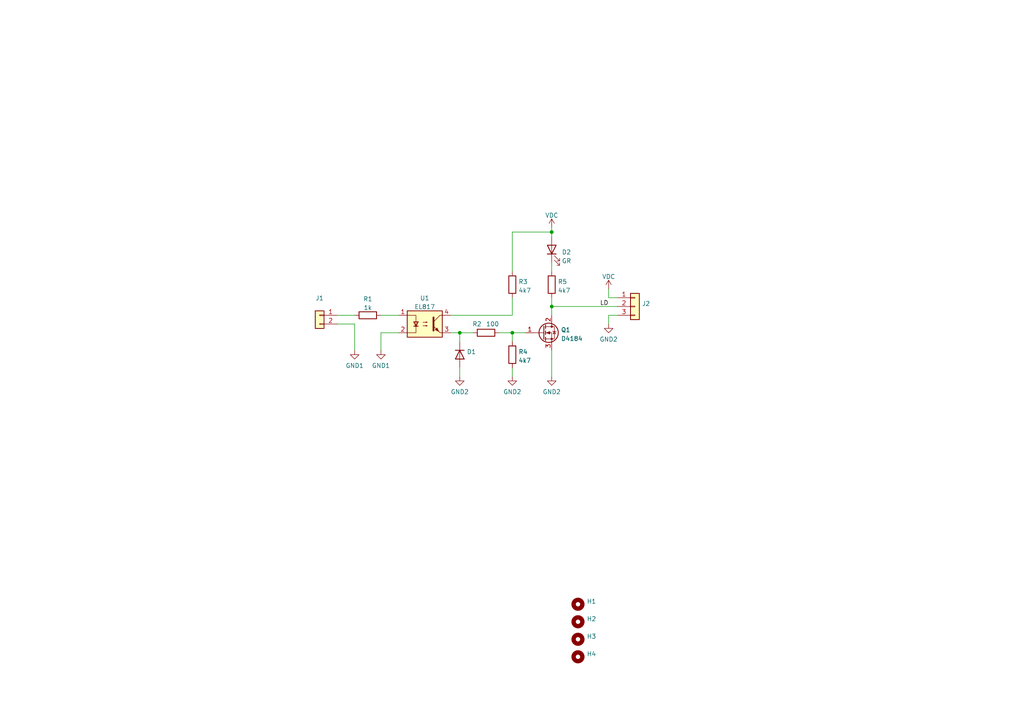
<source format=kicad_sch>
(kicad_sch (version 20211123) (generator eeschema)
  (paper "A4")
  (lib_symbols
    (symbol "Connector_Generic:Conn_01x02" (pin_names (offset 1.016) hide)
      (property "Reference" "J" (at 0 2.54 0))
      (property "Value" "Conn_01x02" (at 0 -5.08 0))
      (symbol "Conn_01x02_1_1"
        (rectangle (start -1.27 -2.413) (end 0 -2.667) (stroke (width 0.1524)))
        (rectangle (start -1.27 0.127) (end 0 -0.127) (stroke (width 0.1524)))
        (rectangle (start -1.27 1.27) (end 1.27 -3.81) (stroke (width 0.254)) (fill (type background)))
        (pin passive line (at -5.08 0 0) (length 3.81) (name "Pin_1") (number "1"))
        (pin passive line (at -5.08 -2.54 0) (length 3.81) (name "Pin_2") (number "2"))
      )
    )
    (symbol "Connector_Generic:Conn_01x03" (pin_names (offset 1.016) hide)
      (property "Reference" "J" (at 0 5.08 0))
      (property "Value" "Conn_01x03" (at 0 -5.08 0))
      (symbol "Conn_01x03_1_1"
        (rectangle (start -1.27 -2.413) (end 0 -2.667) (stroke (width 0.1524)))
        (rectangle (start -1.27 0.127) (end 0 -0.127) (stroke (width 0.1524)))
        (rectangle (start -1.27 2.667) (end 0 2.413) (stroke (width 0.1524)))
        (rectangle (start -1.27 3.81) (end 1.27 -3.81) (stroke (width 0.254)) (fill (type background)))
        (pin passive line (at -5.08 2.54 0) (length 3.81) (name "Pin_1") (number "1"))
        (pin passive line (at -5.08 0 0) (length 3.81) (name "Pin_2") (number "2"))
        (pin passive line (at -5.08 -2.54 0) (length 3.81) (name "Pin_3") (number "3"))
      )
    )
    (symbol "Device:D" (pin_numbers hide) (pin_names (offset 1.016) hide)
      (property "Reference" "D" (at 0 2.54 0))
      (property "Value" "D" (at 0 -2.54 0))
      (symbol "D_0_1"
        (polyline (pts (xy -1.27 1.27) (xy -1.27 -1.27)) (stroke (width 0.254)))
        (polyline (pts (xy 1.27 0) (xy -1.27 0)))
        (polyline (pts (xy 1.27 1.27) (xy 1.27 -1.27) (xy -1.27 0) (xy 1.27 1.27)) (stroke (width 0.254)))
      )
      (symbol "D_1_1"
        (pin passive line (at -3.81 0 0) (length 2.54) (name "K") (number "1"))
        (pin passive line (at 3.81 0 180) (length 2.54) (name "A") (number "2"))
      )
    )
    (symbol "Device:LED" (pin_numbers hide) (pin_names (offset 1.016) hide)
      (property "Reference" "D" (at 0 2.54 0))
      (property "Value" "LED" (at 0 -2.54 0))
      (symbol "LED_0_1"
        (polyline (pts (xy -1.27 -1.27) (xy -1.27 1.27)) (stroke (width 0.254)))
        (polyline (pts (xy -1.27 0) (xy 1.27 0)))
        (polyline (pts (xy 1.27 -1.27) (xy 1.27 1.27) (xy -1.27 0) (xy 1.27 -1.27)) (stroke (width 0.254)))
        (polyline (pts (xy -3.048 -0.762) (xy -4.572 -2.286) (xy -3.81 -2.286) (xy -4.572 -2.286) (xy -4.572 -1.524)))
        (polyline (pts (xy -1.778 -0.762) (xy -3.302 -2.286) (xy -2.54 -2.286) (xy -3.302 -2.286) (xy -3.302 -1.524)))
      )
      (symbol "LED_1_1"
        (pin passive line (at -3.81 0 0) (length 2.54) (name "K") (number "1"))
        (pin passive line (at 3.81 0 180) (length 2.54) (name "A") (number "2"))
      )
    )
    (symbol "Device:R" (pin_numbers hide) (pin_names (offset 0))
      (property "Reference" "R" (at 2.032 0 90))
      (property "Value" "R" (at 0 0 90))
      (symbol "R_0_1"
        (rectangle (start -1.016 -2.54) (end 1.016 2.54) (stroke (width 0.254)))
      )
      (symbol "R_1_1"
        (pin passive line (at 0 3.81 270) (length 1.27) (name "~") (number "1"))
        (pin passive line (at 0 -3.81 90) (length 1.27) (name "~") (number "2"))
      )
    )
    (symbol "Isolator:EL817" (pin_names (offset 1.016))
      (property "Reference" "U" (at -5.08 5.08 0))
      (property "Value" "EL817" (at 0 5.08 0))
      (symbol "EL817_0_1"
        (rectangle (start -5.08 3.81) (end 5.08 -3.81) (stroke (width 0.254)) (fill (type background)))
        (polyline (pts (xy -3.175 -0.635) (xy -1.905 -0.635)) (stroke (width 0.254)))
        (polyline (pts (xy 2.54 0.635) (xy 4.445 2.54)))
        (polyline (pts (xy 4.445 -2.54) (xy 2.54 -0.635)) (fill (type outline)))
        (polyline (pts (xy 4.445 -2.54) (xy 5.08 -2.54)))
        (polyline (pts (xy 4.445 2.54) (xy 5.08 2.54)))
        (polyline (pts (xy -5.08 2.54) (xy -2.54 2.54) (xy -2.54 -0.635)))
        (polyline (pts (xy -2.54 -0.635) (xy -2.54 -2.54) (xy -5.08 -2.54)))
        (polyline (pts (xy 2.54 1.905) (xy 2.54 -1.905) (xy 2.54 -1.905)) (stroke (width 0.508)))
        (polyline (pts (xy -2.54 -0.635) (xy -3.175 0.635) (xy -1.905 0.635) (xy -2.54 -0.635)) (stroke (width 0.254)))
        (polyline (pts (xy -0.508 -0.508) (xy 0.762 -0.508) (xy 0.381 -0.635) (xy 0.381 -0.381) (xy 0.762 -0.508)))
        (polyline (pts (xy -0.508 0.508) (xy 0.762 0.508) (xy 0.381 0.381) (xy 0.381 0.635) (xy 0.762 0.508)))
        (polyline (pts (xy 3.048 -1.651) (xy 3.556 -1.143) (xy 4.064 -2.159) (xy 3.048 -1.651) (xy 3.048 -1.651)) (fill (type outline)))
      )
      (symbol "EL817_1_1"
        (pin passive line (at -7.62 2.54 0) (length 2.54) (name "~") (number "1"))
        (pin passive line (at -7.62 -2.54 0) (length 2.54) (name "~") (number "2"))
        (pin passive line (at 7.62 -2.54 180) (length 2.54) (name "~") (number "3"))
        (pin passive line (at 7.62 2.54 180) (length 2.54) (name "~") (number "4"))
      )
    )
    (symbol "Mechanical:MountingHole" (pin_names (offset 1.016))
      (property "Reference" "H" (at 0 5.08 0))
      (property "Value" "MountingHole" (at 0 3.175 0))
      (symbol "MountingHole_0_1"
        (circle (center 0 0) (radius 1.27) (stroke (width 1.27)))
      )
    )
    (symbol "Transistor_FET:BSP89" (pin_names hide)
      (property "Reference" "Q" (at 5.08 1.905 0))
      (property "Value" "BSP89" (at 5.08 0 0))
      (symbol "BSP89_0_1"
        (polyline (pts (xy 0.254 0) (xy -2.54 0)))
        (polyline (pts (xy 0.254 1.905) (xy 0.254 -1.905)) (stroke (width 0.254)))
        (polyline (pts (xy 0.762 -1.27) (xy 0.762 -2.286)) (stroke (width 0.254)))
        (polyline (pts (xy 0.762 0.508) (xy 0.762 -0.508)) (stroke (width 0.254)))
        (polyline (pts (xy 0.762 2.286) (xy 0.762 1.27)) (stroke (width 0.254)))
        (polyline (pts (xy 2.54 2.54) (xy 2.54 1.778)))
        (polyline (pts (xy 2.54 -2.54) (xy 2.54 0) (xy 0.762 0)))
        (polyline (pts (xy 0.762 -1.778) (xy 3.302 -1.778) (xy 3.302 1.778) (xy 0.762 1.778)))
        (polyline (pts (xy 1.016 0) (xy 2.032 0.381) (xy 2.032 -0.381) (xy 1.016 0)) (fill (type outline)))
        (polyline (pts (xy 2.794 0.508) (xy 2.921 0.381) (xy 3.683 0.381) (xy 3.81 0.254)))
        (polyline (pts (xy 3.302 0.381) (xy 2.921 -0.254) (xy 3.683 -0.254) (xy 3.302 0.381)))
        (circle (center 1.651 0) (radius 2.794) (stroke (width 0.254)))
        (circle (center 2.54 -1.778) (radius 0.254) (fill (type outline)))
        (circle (center 2.54 1.778) (radius 0.254) (fill (type outline)))
      )
      (symbol "BSP89_1_1"
        (pin input line (at -5.08 0 0) (length 2.54) (name "G") (number "1"))
        (pin passive line (at 2.54 5.08 270) (length 2.54) (name "D") (number "2"))
        (pin passive line (at 2.54 -5.08 90) (length 2.54) (name "S") (number "3"))
      )
    )
    (symbol "power:GND1" (power) (pin_names (offset 0))
      (property "Value" "GND1" (at 0 -3.81 0))
      (symbol "GND1_0_1"
        (polyline (pts (xy 0 0) (xy 0 -1.27) (xy 1.27 -1.27) (xy 0 -2.54) (xy -1.27 -1.27) (xy 0 -1.27)))
      )
      (symbol "GND1_1_1"
        (pin power_in line (at 0 0 270) (length 0) hide (name "GND1") (number "1"))
      )
    )
    (symbol "power:GND2" (power) (pin_names (offset 0))
      (property "Value" "GND2" (at 0 -3.81 0))
      (symbol "GND2_0_1"
        (polyline (pts (xy 0 0) (xy 0 -1.27) (xy 1.27 -1.27) (xy 0 -2.54) (xy -1.27 -1.27) (xy 0 -1.27)))
      )
      (symbol "GND2_1_1"
        (pin power_in line (at 0 0 270) (length 0) hide (name "GND2") (number "1"))
      )
    )
    (symbol "power:VDC" (power) (pin_names (offset 0))
      (property "Value" "VDC" (at 0 6.35 0))
      (symbol "VDC_0_1"
        (polyline (pts (xy -0.762 1.27) (xy 0 2.54)))
        (polyline (pts (xy 0 0) (xy 0 2.54)))
        (polyline (pts (xy 0 2.54) (xy 0.762 1.27)))
      )
      (symbol "VDC_1_1"
        (pin power_in line (at 0 0 90) (length 0) hide (name "VDC") (number "1"))
      )
    )
  )
  (junction (at 133.35 96.52))
  (junction (at 160.02 88.9))
  (junction (at 148.59 96.52))
  (junction (at 160.02 67.31))
  (wire (pts (xy 115.57 96.52) (xy 110.49 96.52)))
  (wire (pts (xy 102.87 93.98) (xy 97.79 93.98)))
  (wire (pts (xy 133.35 106.68) (xy 133.35 109.22)))
  (wire (pts (xy 179.07 86.36) (xy 176.53 86.36)))
  (wire (pts (xy 148.59 106.68) (xy 148.59 109.22)))
  (wire (pts (xy 179.07 91.44) (xy 176.53 91.44)))
  (wire (pts (xy 130.81 91.44) (xy 148.59 91.44)))
  (wire (pts (xy 160.02 66.04) (xy 160.02 67.31)))
  (wire (pts (xy 148.59 91.44) (xy 148.59 86.36)))
  (wire (pts (xy 160.02 86.36) (xy 160.02 88.9)))
  (wire (pts (xy 176.53 91.44) (xy 176.53 93.98)))
  (wire (pts (xy 160.02 88.9) (xy 160.02 91.44)))
  (wire (pts (xy 160.02 101.6) (xy 160.02 109.22)))
  (wire (pts (xy 133.35 96.52) (xy 133.35 99.06)))
  (wire (pts (xy 110.49 96.52) (xy 110.49 101.6)))
  (wire (pts (xy 160.02 67.31) (xy 160.02 68.58)))
  (wire (pts (xy 160.02 67.31) (xy 148.59 67.31)))
  (wire (pts (xy 148.59 67.31) (xy 148.59 78.74)))
  (wire (pts (xy 160.02 76.2) (xy 160.02 78.74)))
  (wire (pts (xy 130.81 96.52) (xy 133.35 96.52)))
  (wire (pts (xy 148.59 96.52) (xy 152.4 96.52)))
  (wire (pts (xy 176.53 83.82) (xy 176.53 86.36)))
  (wire (pts (xy 133.35 96.52) (xy 137.16 96.52)))
  (wire (pts (xy 110.49 91.44) (xy 115.57 91.44)))
  (wire (pts (xy 160.02 88.9) (xy 179.07 88.9)))
  (wire (pts (xy 144.78 96.52) (xy 148.59 96.52)))
  (wire (pts (xy 102.87 101.6) (xy 102.87 93.98)))
  (wire (pts (xy 97.79 91.44) (xy 102.87 91.44)))
  (wire (pts (xy 148.59 96.52) (xy 148.59 99.06)))
  (label "LD" (at 173.99 88.9 0))
  (symbol (lib_id "power:GND1") (at 102.87 101.6 0) (unit 1)
    (property "Reference" "#PWR01" (effects hide))
    (property "Value" "GND1" (at 102.87 106.0434 0))
  )
  (symbol (lib_id "Mechanical:MountingHole") (at 167.64 185.42 0) (unit 1)
    (property "Reference" "H3" (at 170.18 184.5853 0) (effects (justify left)))
    (property "Value" "MountingHole" (effects hide))
    (property "Footprint" "MountingHole:MountingHole_2.2mm_M2_DIN965" (effects hide))
  )
  (symbol (lib_id "power:GND2") (at 176.53 93.98 0) (unit 1)
    (property "Reference" "#PWR08" (effects hide))
    (property "Value" "GND2" (at 176.53 98.4234 0))
  )
  (symbol (lib_id "power:GND1") (at 110.49 101.6 0) (unit 1)
    (property "Reference" "#PWR02" (effects hide))
    (property "Value" "GND1" (at 110.49 106.0434 0))
  )
  (symbol (lib_id "Device:R") (at 106.68 91.44 90) (unit 1)
    (property "Reference" "R1" (at 106.68 86.7242 90))
    (property "Value" "1k" (at 106.68 89.2611 90))
    (property "Footprint" "Resistor_SMD:R_0603_1608Metric" (effects hide))
    (property "LCSC" "C21190" (effects hide))
  )
  (symbol (lib_id "power:VDC") (at 160.02 66.04 0) (unit 1)
    (property "Reference" "#PWR05" (effects hide))
    (property "Value" "VDC" (at 160.02 62.4642 0))
  )
  (symbol (lib_id "Device:R") (at 148.59 82.55 180) (unit 1)
    (property "Reference" "R3" (at 150.368 81.7153 0) (effects (justify right)))
    (property "Value" "4k7" (at 150.368 84.2522 0) (effects (justify right)))
    (property "Footprint" "Resistor_SMD:R_0603_1608Metric" (effects hide))
    (property "LCSC" "C23162" (effects hide))
  )
  (symbol (lib_id "Device:LED") (at 160.02 72.39 90) (unit 1)
    (property "Reference" "D2" (at 162.941 73.1428 90) (effects (justify right)))
    (property "Value" "GR" (at 162.941 75.6797 90) (effects (justify right)))
    (property "Footprint" "LED_SMD:LED_0603_1608Metric" (effects hide))
    (property "LCSC" "C72043" (effects hide))
  )
  (symbol (lib_id "power:GND2") (at 148.59 109.22 0) (unit 1)
    (property "Reference" "#PWR04" (effects hide))
    (property "Value" "GND2" (at 148.59 113.6634 0))
  )
  (symbol (lib_id "Isolator:EL817") (at 123.19 93.98 0) (unit 1)
    (property "Reference" "U1" (at 123.19 86.4702 0))
    (property "Value" "EL817" (at 123.19 89.0071 0))
    (property "Footprint" "Package_DIP:SMDIP-4_W9.53mm" (effects hide))
    (property "Datasheet" "http://www.everlight.com/file/ProductFile/EL817.pdf" (effects hide))
    (property "LCSC" "C106900" (effects hide))
  )
  (symbol (lib_id "Transistor_FET:BSP89") (at 157.48 96.52 0) (unit 1)
    (property "Reference" "Q1" (at 162.687 95.6853 0) (effects (justify left)))
    (property "Value" "D4184" (at 162.687 98.2222 0) (effects (justify left)))
    (property "Footprint" "Package_TO_SOT_SMD:TO-252-3_TabPin2" (effects hide))
    (property "Datasheet" "https://www.infineon.com/dgdl/Infineon-BSP89-DS-v02_02-en.pdf?fileId=db3a30433b47825b013b4b8a07f90d55" (effects hide))
    (property "LCSC" "C99124" (effects hide))
  )
  (symbol (lib_id "Mechanical:MountingHole") (at 167.64 180.34 0) (unit 1)
    (property "Reference" "H2" (at 170.18 179.5053 0) (effects (justify left)))
    (property "Value" "MountingHole" (effects hide))
    (property "Footprint" "MountingHole:MountingHole_2.2mm_M2_DIN965" (effects hide))
  )
  (symbol (lib_id "power:VDC") (at 176.53 83.82 0) (unit 1)
    (property "Reference" "#PWR07" (effects hide))
    (property "Value" "VDC" (at 176.53 80.2442 0))
  )
  (symbol (lib_id "power:GND2") (at 160.02 109.22 0) (unit 1)
    (property "Reference" "#PWR06" (effects hide))
    (property "Value" "GND2" (at 160.02 113.6634 0))
  )
  (symbol (lib_id "Connector_Generic:Conn_01x02") (at 92.71 91.44 0) (mirror y) (unit 1)
    (property "Reference" "J1" (at 92.71 86.4702 0))
    (property "Value" "Conn_01x02" (effects hide))
    (property "Footprint" "Connector_PinHeader_2.54mm:PinHeader_1x02_P2.54mm_Vertical" (effects hide))
  )
  (symbol (lib_id "Connector_Generic:Conn_01x03") (at 184.15 88.9 0) (unit 1)
    (property "Reference" "J2" (at 186.182 88.0653 0) (effects (justify left)))
    (property "Value" "Conn_01x03" (effects hide))
    (property "Footprint" "Connector_PinHeader_2.54mm:PinHeader_1x03_P2.54mm_Vertical" (effects hide))
  )
  (symbol (lib_id "Mechanical:MountingHole") (at 167.64 190.5 0) (unit 1)
    (property "Reference" "H4" (at 170.18 189.6653 0) (effects (justify left)))
    (property "Value" "MountingHole" (effects hide))
    (property "Footprint" "MountingHole:MountingHole_2.2mm_M2_DIN965" (effects hide))
  )
  (symbol (lib_id "Device:R") (at 160.02 82.55 180) (unit 1)
    (property "Reference" "R5" (at 161.798 81.7153 0) (effects (justify right)))
    (property "Value" "4k7" (at 161.798 84.2522 0) (effects (justify right)))
    (property "Footprint" "Resistor_SMD:R_0603_1608Metric" (effects hide))
    (property "LCSC" "C23162" (effects hide))
  )
  (symbol (lib_id "Device:R") (at 140.97 96.52 270) (unit 1)
    (property "Reference" "R2" (at 139.7 93.98 90) (effects (justify right)))
    (property "Value" "100" (at 144.78 93.98 90) (effects (justify right)))
    (property "Footprint" "Resistor_SMD:R_0603_1608Metric" (effects hide))
    (property "LCSC" "C22775" (effects hide))
  )
  (symbol (lib_id "Device:R") (at 148.59 102.87 180) (unit 1)
    (property "Reference" "R4" (at 150.368 102.0353 0) (effects (justify right)))
    (property "Value" "4k7" (at 150.368 104.5722 0) (effects (justify right)))
    (property "Footprint" "Resistor_SMD:R_0603_1608Metric" (effects hide))
    (property "LCSC" "C23162" (effects hide))
  )
  (symbol (lib_id "power:GND2") (at 133.35 109.22 0) (unit 1)
    (property "Reference" "#PWR03" (effects hide))
    (property "Value" "GND2" (at 133.35 113.6634 0))
  )
  (symbol (lib_id "Mechanical:MountingHole") (at 167.64 175.26 0) (unit 1)
    (property "Reference" "H1" (at 170.18 174.4253 0) (effects (justify left)))
    (property "Value" "MountingHole" (effects hide))
    (property "Footprint" "MountingHole:MountingHole_2.2mm_M2_DIN965" (effects hide))
  )
  (symbol (lib_id "Device:D") (at 133.35 102.87 270) (unit 1)
    (property "Reference" "D1" (at 135.382 102.0353 90) (effects (justify left)))
    (property "Value" "1N4148" (effects hide))
    (property "Footprint" "Diode_SMD:D_SOD-323" (effects hide))
  )
)
</source>
